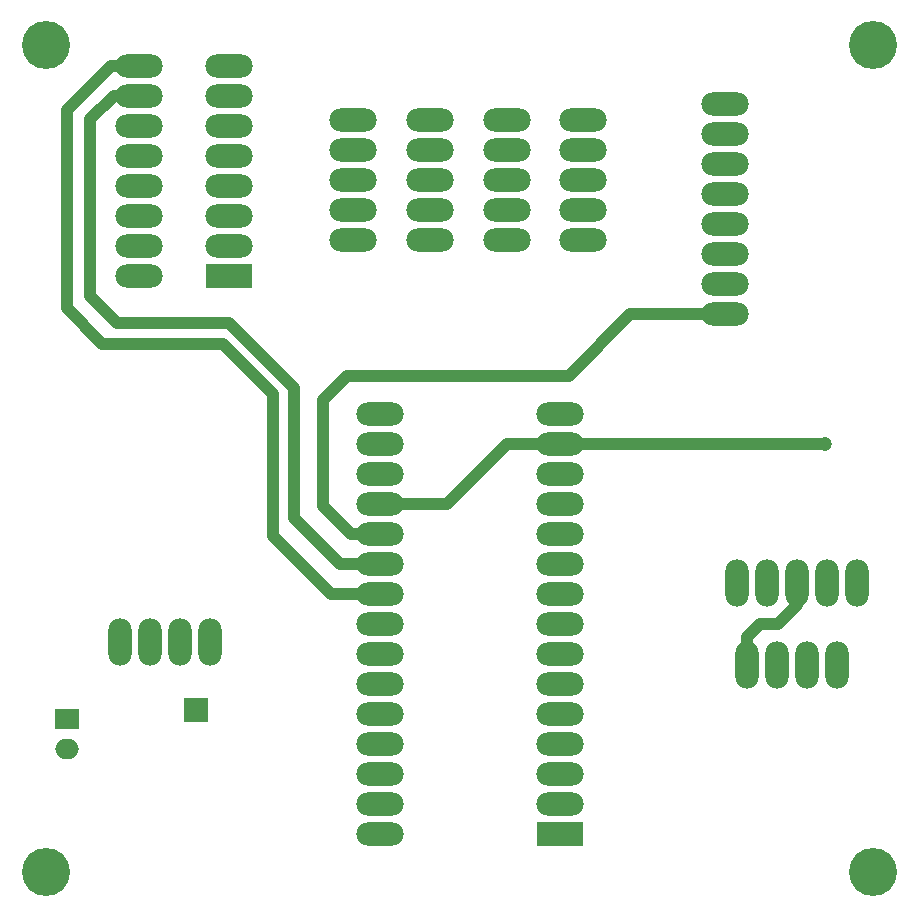
<source format=gbr>
G04 #@! TF.FileFunction,Copper,L1,Top,Signal*
%FSLAX46Y46*%
G04 Gerber Fmt 4.6, Leading zero omitted, Abs format (unit mm)*
G04 Created by KiCad (PCBNEW 4.0.6-e0-6349~53~ubuntu14.04.1) date Wed May 10 06:37:38 2017*
%MOMM*%
%LPD*%
G01*
G04 APERTURE LIST*
%ADD10C,0.100000*%
%ADD11R,2.000000X2.000000*%
%ADD12R,2.000000X1.700000*%
%ADD13O,2.000000X1.700000*%
%ADD14O,2.000000X4.000000*%
%ADD15O,4.000000X2.000000*%
%ADD16R,4.000000X2.000000*%
%ADD17C,4.064000*%
%ADD18C,1.200000*%
%ADD19C,1.000000*%
G04 APERTURE END LIST*
D10*
D11*
X139250000Y-108750000D03*
D12*
X128250000Y-109500000D03*
D13*
X128250000Y-112040000D03*
D14*
X185000000Y-98000000D03*
X187540000Y-98000000D03*
X190080000Y-98000000D03*
X192620000Y-98000000D03*
X195160000Y-98000000D03*
D15*
X184000000Y-57500000D03*
X184000000Y-60040000D03*
X184000000Y-62580000D03*
X184000000Y-65120000D03*
X184000000Y-67660000D03*
X184000000Y-70200000D03*
X184000000Y-72740000D03*
X184000000Y-75280000D03*
X152500000Y-69000000D03*
X152500000Y-66460000D03*
X152500000Y-63920000D03*
X152500000Y-61380000D03*
X152500000Y-58840000D03*
X159000000Y-69000000D03*
X159000000Y-66460000D03*
X159000000Y-63920000D03*
X159000000Y-61380000D03*
X159000000Y-58840000D03*
X165500000Y-69000000D03*
X165500000Y-66460000D03*
X165500000Y-63920000D03*
X165500000Y-61380000D03*
X165500000Y-58840000D03*
X172000000Y-69000000D03*
X172000000Y-66460000D03*
X172000000Y-63920000D03*
X172000000Y-61380000D03*
X172000000Y-58840000D03*
D14*
X193500000Y-105000000D03*
X190960000Y-105000000D03*
X188420000Y-105000000D03*
X185880000Y-105000000D03*
X132750000Y-103000000D03*
X135290000Y-103000000D03*
X137830000Y-103000000D03*
X140370000Y-103000000D03*
D16*
X170000000Y-119250000D03*
D15*
X170000000Y-116710000D03*
X170000000Y-114170000D03*
X170000000Y-111630000D03*
X170000000Y-109090000D03*
X170000000Y-106550000D03*
X170000000Y-104010000D03*
X170000000Y-101470000D03*
X170000000Y-98930000D03*
X170000000Y-96390000D03*
X170000000Y-93850000D03*
X170000000Y-91310000D03*
X170000000Y-88770000D03*
X170000000Y-86230000D03*
X170000000Y-83690000D03*
X154760000Y-83690000D03*
X154760000Y-86230000D03*
X154760000Y-88770000D03*
X154760000Y-91310000D03*
X154760000Y-93850000D03*
X154760000Y-96390000D03*
X154760000Y-98930000D03*
X154760000Y-101470000D03*
X154760000Y-104010000D03*
X154760000Y-106550000D03*
X154760000Y-109090000D03*
X154760000Y-111630000D03*
X154760000Y-114170000D03*
X154760000Y-116710000D03*
X154760000Y-119250000D03*
D16*
X142000000Y-72000000D03*
D15*
X134380000Y-54220000D03*
X142000000Y-69460000D03*
X134380000Y-56760000D03*
X142000000Y-66920000D03*
X134380000Y-59300000D03*
X142000000Y-64380000D03*
X134380000Y-61840000D03*
X142000000Y-61840000D03*
X134380000Y-64380000D03*
X142000000Y-59300000D03*
X134380000Y-66920000D03*
X142000000Y-56760000D03*
X134380000Y-69460000D03*
X142000000Y-54220000D03*
X134380000Y-72000000D03*
D17*
X196500000Y-122500000D03*
X196500000Y-52500000D03*
X126500000Y-52500000D03*
X126500000Y-122500000D03*
D18*
X192500000Y-86250000D03*
D19*
X170000000Y-86230000D02*
X192480000Y-86230000D01*
X192480000Y-86230000D02*
X192500000Y-86250000D01*
X154760000Y-91310000D02*
X160440000Y-91310000D01*
X165520000Y-86230000D02*
X170000000Y-86230000D01*
X160440000Y-91310000D02*
X165520000Y-86230000D01*
X190080000Y-98000000D02*
X190080000Y-99920000D01*
X190080000Y-99920000D02*
X188500000Y-101500000D01*
X185880000Y-102620000D02*
X185880000Y-105000000D01*
X187000000Y-101500000D02*
X185880000Y-102620000D01*
X188500000Y-101500000D02*
X187000000Y-101500000D01*
X154760000Y-96390000D02*
X151390000Y-96390000D01*
X132240000Y-56760000D02*
X134380000Y-56760000D01*
X130250000Y-58750000D02*
X132240000Y-56760000D01*
X130250000Y-73750000D02*
X130250000Y-58750000D01*
X132500000Y-76000000D02*
X130250000Y-73750000D01*
X142000000Y-76000000D02*
X132500000Y-76000000D01*
X147500000Y-81500000D02*
X142000000Y-76000000D01*
X147500000Y-92500000D02*
X147500000Y-81500000D01*
X151390000Y-96390000D02*
X147500000Y-92500000D01*
X134380000Y-54220000D02*
X132030000Y-54220000D01*
X150680000Y-98930000D02*
X154760000Y-98930000D01*
X145750000Y-94000000D02*
X150680000Y-98930000D01*
X145750000Y-82000002D02*
X145750000Y-94000000D01*
X141499998Y-77750000D02*
X145750000Y-82000002D01*
X131250000Y-77750000D02*
X141499998Y-77750000D01*
X128250000Y-74750000D02*
X131250000Y-77750000D01*
X128250000Y-58000000D02*
X128250000Y-74750000D01*
X132030000Y-54220000D02*
X128250000Y-58000000D01*
X184000000Y-75280000D02*
X175970000Y-75280000D01*
X152350000Y-93850000D02*
X154760000Y-93850000D01*
X150000000Y-91500000D02*
X152350000Y-93850000D01*
X150000000Y-82500000D02*
X150000000Y-91500000D01*
X152000000Y-80500000D02*
X150000000Y-82500000D01*
X170750000Y-80500000D02*
X152000000Y-80500000D01*
X175970000Y-75280000D02*
X170750000Y-80500000D01*
M02*

</source>
